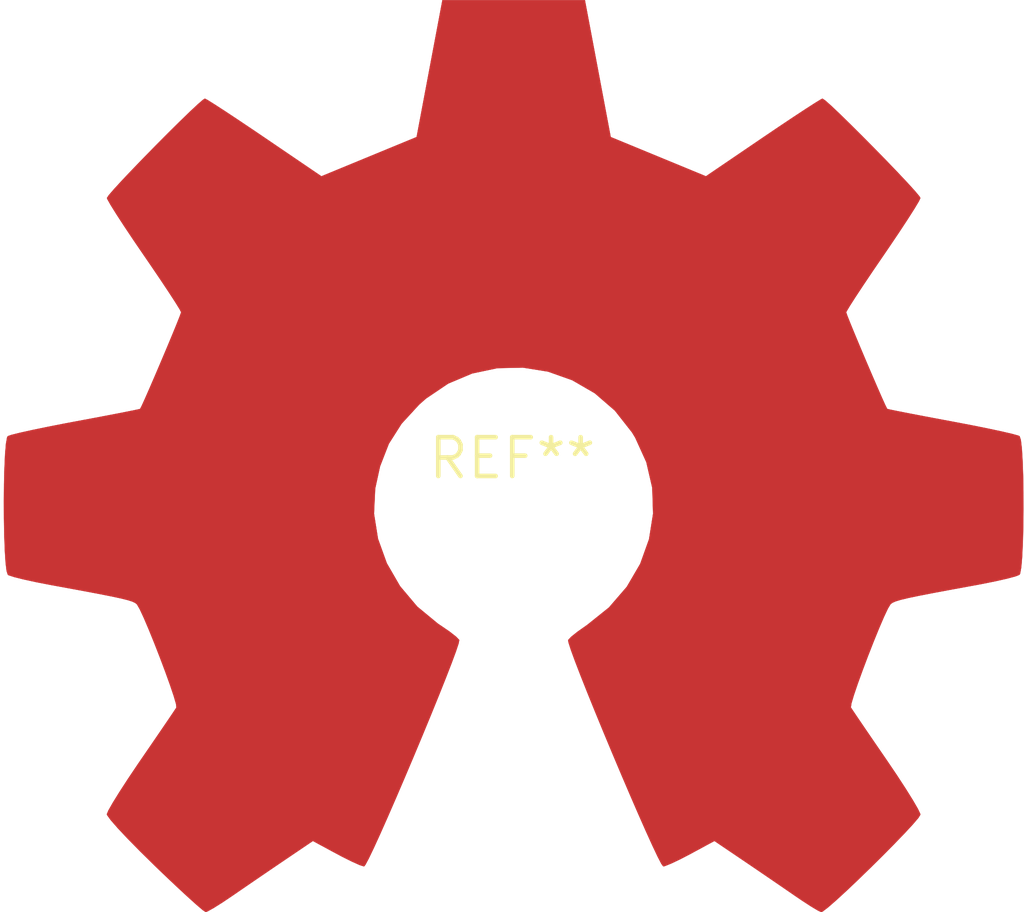
<source format=kicad_pcb>
(kicad_pcb (version 20240108) (generator pcbnew)
  (layers (0 "F.Cu" signal) (31 "B.Cu" signal) (34 "B.Paste" user) (35 "F.Paste" user) (36 "B.SilkS" user "B.Silkscreen") (37 "F.SilkS" user "F.Silkscreen") (38 "B.Mask" user) (39 "F.Mask" user) (44 "Edge.Cuts" user))
  (net 0 "")
  (footprint "OSHW-Symbol_33.5x30mm_Copper" (layer "F.Cu") (at 0 0)
    (property "Reference" "REF**")
    (property "Value" "OSHW-Symbol_33.5x30mm_Copper")
    (fp_poly (pts (xy 2.799507 -12.7484) (xy 3.221691 -10.508932) (xy 4.779491 -9.866755) (xy 6.337291 -9.224579) (xy 8.206132 -10.495377) (xy 8.729505 -10.84921) (xy 9.202606 -11.165137) (xy 9.603358 -11.428732) (xy 9.909684 -11.625574) (xy 10.099506 -11.741237) (xy 10.151201 -11.766176) (xy 10.244328 -11.702035) (xy 10.443331 -11.524711) (xy 10.725902 -11.256857) (xy 11.069737 -10.921125) (xy 11.452529 -10.540166) (xy 11.851973 -10.136631) (xy 12.245763 -9.733174) (xy 12.611593 -9.352444) (xy 12.927158 -9.017095) (xy 13.170151 -8.749778) (xy 13.318267 -8.573144) (xy 13.353676 -8.514031) (xy 13.302717 -8.405051) (xy 13.159851 -8.166298) (xy 12.940102 -7.821125) (xy 12.658489 -7.392887) (xy 12.330033 -6.904936) (xy 12.139706 -6.626621) (xy 11.792794 -6.118418) (xy 11.484528 -5.659816) (xy 11.229863 -5.273644) (xy 11.043753 -4.982728) (xy 10.941152 -4.809896) (xy 10.925735 -4.773575) (xy 10.960686 -4.670349) (xy 11.055955 -4.429771) (xy 11.197168 -4.085664) (xy 11.369949 -3.671855) (xy 11.559925 -3.222169) (xy 11.752721 -2.770431) (xy 11.933962 -2.350466) (xy 12.089273 -1.9961) (xy 12.204279 -1.741157) (xy 12.264607 -1.619464) (xy 12.268168 -1.614674) (xy 12.362895 -1.591438) (xy 12.615172 -1.5396) (xy 12.99885 -1.464254) (xy 13.487779 -1.370498) (xy 14.055811 -1.263428) (xy 14.387227 -1.201684) (xy 14.994198 -1.086117) (xy 15.542435 -0.976149) (xy 16.004201 -0.877797) (xy 16.351761 -0.797077) (xy 16.557379 -0.740008) (xy 16.598713 -0.721901) (xy 16.639196 -0.599346) (xy 16.67186 -0.322558) (xy 16.696727 0.076096) (xy 16.713819 0.564249) (xy 16.723159 1.109536) (xy 16.724768 1.679588) (xy 16.718669 2.242038) (xy 16.704883 2.764522) (xy 16.683434 3.21467) (xy 16.654342 3.560117) (xy 16.617631 3.768495) (xy 16.595612 3.811875) (xy 16.463996 3.86387) (xy 16.185108 3.938205) (xy 15.795837 4.026148) (xy 15.333073 4.118965) (xy 15.171532 4.148992) (xy 14.392678 4.291654) (xy 13.77744 4.406546) (xy 13.305488 4.498233) (xy 12.956494 4.571282) (xy 12.710129 4.630259) (xy 12.546064 4.679731) (xy 12.443971 4.724265) (xy 12.383521 4.768426) (xy 12.375064 4.777154) (xy 12.290636 4.917749) (xy 12.161843 5.191367) (xy 12.001543 5.564501) (xy 11.822596 6.003649) (xy 11.637864 6.475304) (xy 11.460206 6.945962) (xy 11.302482 7.382119) (xy 11.177553 7.75027) (xy 11.098279 8.016909) (xy 11.077519 8.148533) (xy 11.07925 8.153144) (xy 11.149589 8.260729) (xy 11.309162 8.497444) (xy 11.541199 8.838649) (xy 11.828932 9.259706) (xy 12.155592 9.735976) (xy 12.248621 9.871322) (xy 12.580323 10.36201) (xy 12.872207 10.809716) (xy 13.108372 11.188731) (xy 13.272919 11.473345) (xy 13.349945 11.637852) (xy 13.353676 11.658062) (xy 13.288959 11.764289) (xy 13.110135 11.974728) (xy 12.84019 12.266762) (xy 12.502114 12.617776) (xy 12.118896 13.005152) (xy 11.713522 13.406273) (xy 11.308983 13.798522) (xy 10.928265 14.159284) (xy 10.594358 14.465941) (xy 10.33025 14.695876) (xy 10.158929 14.826472) (xy 10.111535 14.847794) (xy 10.001218 14.797573) (xy 9.775355 14.662122) (xy 9.470737 14.464259) (xy 9.236365 14.305002) (xy 8.811694 14.012776) (xy 8.30878 13.668691) (xy 7.804331 13.325157) (xy 7.533124 13.141298) (xy 6.615145 12.520388) (xy 5.844566 12.937032) (xy 5.49351 13.119556) (xy 5.194989 13.261427) (xy 4.993004 13.342344) (xy 4.941589 13.353603) (xy 4.879764 13.270473) (xy 4.757794 13.03556) (xy 4.584783 12.670532) (xy 4.369837 12.19706) (xy 4.122061 11.636811) (xy 3.850559 11.011453) (xy 3.564437 10.342657) (xy 3.2728 9.652089) (xy 2.984753 8.96142) (xy 2.7094 8.292318) (xy 2.455848 7.666451) (xy 2.2332 7.105488) (xy 2.050562 6.631099) (xy 1.91704 6.26495) (xy 1.841737 6.028712) (xy 1.829627 5.947578) (xy 1.925612 5.844089) (xy 2.135771 5.676095) (xy 2.416168 5.478501) (xy 2.439702 5.462868) (xy 3.164419 4.882757) (xy 3.748779 4.205965) (xy 4.187718 3.454133) (xy 4.476171 2.648902) (xy 4.609076 1.811912) (xy 4.581366 0.964804) (xy 4.387979 0.129219) (xy 4.023849 -0.673202) (xy 3.916719 -0.848762) (xy 3.359506 -1.557682) (xy 2.701226 -2.126956) (xy 1.964663 -2.553622) (xy 1.172601 -2.834721) (xy 0.347824 -2.967291) (xy -0.486886 -2.948373) (xy -1.308744 -2.775005) (xy -2.094966 -2.444228) (xy -2.822769 -1.953081) (xy -3.0479 -1.753735) (xy -3.620868 -1.129729) (xy -4.038385 -0.472829) (xy -4.324787 0.263497) (xy -4.484298 0.992689) (xy -4.523675 1.812531) (xy -4.392372 2.636443) (xy -4.103725 3.436576) (xy -3.671073 4.18508) (xy -3.107753 4.854109) (xy -2.427101 5.415812) (xy -2.337646 5.475021) (xy -2.054244 5.66892) (xy -1.838806 5.836921) (xy -1.735809 5.944187) (xy -1.734311 5.947578) (xy -1.756423 6.063615) (xy -1.844079 6.326966) (xy -1.988169 6.71597) (xy -2.179584 7.208961) (xy -2.409216 7.784276) (xy -2.667957 8.420252) (xy -2.946698 9.095225) (xy -3.236329 9.78753) (xy -3.527744 10.475504) (xy -3.811832 11.137483) (xy -4.079485 11.751804) (xy -4.321594 12.296802) (xy -4.529052 12.750815) (xy -4.692749 13.092177) (xy -4.803577 13.299225) (xy -4.848207 13.353603) (xy -4.984585 13.311259) (xy -5.239762 13.197692) (xy -5.569737 13.0332) (xy -5.751184 12.937032) (xy -6.521763 12.520388) (xy -7.439742 13.141298) (xy -7.90835 13.459386) (xy -8.421394 13.809433) (xy -8.902167 14.139031) (xy -9.142983 14.305002) (xy -9.481682 14.532441) (xy -9.768482 14.712677) (xy -9.965971 14.822885) (xy -10.030116 14.846183) (xy -10.123479 14.783335) (xy -10.330106 14.607885) (xy -10.629964 14.33805) (xy -11.003022 13.992045) (xy -11.429247 13.588088) (xy -11.698816 13.32872) (xy -12.170431 12.865338) (xy -12.578012 12.450877) (xy -12.905081 12.103068) (xy -13.135163 11.83964) (xy -13.251782 11.678323) (xy -13.26297 11.645586) (xy -13.211051 11.521063) (xy -13.067578 11.269283) (xy -12.848468 10.915738) (xy -12.569634 10.485917) (xy -12.246992 10.005311) (xy -12.155239 9.871322) (xy -11.820919 9.384334) (xy -11.520982 8.945883) (xy -11.272197 8.580607) (xy -11.091333 8.313146) (xy -10.995159 8.168138) (xy -10.985868 8.153144) (xy -10.999763 8.03758) (xy -11.073518 7.783496) (xy -11.194273 7.424396) (xy -11.349169 6.993784) (xy -11.525344 6.525166) (xy -11.709938 6.052046) (xy -11.890092 5.607929) (xy -12.052945 5.226319) (xy -12.185637 4.940721) (xy -12.275308 4.784641) (xy -12.281682 4.777154) (xy -12.336516 4.732547) (xy -12.42913 4.688436) (xy -12.579852 4.640254) (xy -12.809011 4.583434) (xy -13.136936 4.513411) (xy -13.583954 4.425618) (xy -14.170396 4.315488) (xy -14.916589 4.178455) (xy -15.07815 4.148992) (xy -15.556984 4.056477) (xy -15.974424 3.965974) (xy -16.293579 3.886213) (xy -16.477561 3.825929) (xy -16.502231 3.811875) (xy -16.542883 3.687275) (xy -16.575926 3.40883) (xy -16.601339 3.008908) (xy -16.6191 2.519876) (xy -16.629186 1.9741) (xy -16.631575 1.403947) (xy -16.626244 0.841784) (xy -16.613173 0.319978) (xy -16.592339 -0.129104) (xy -16.563719 -0.473095) (xy -16.527291 -0.679629) (xy -16.505331 -0.721901) (xy -16.383074 -0.764541) (xy -16.104682 -0.833911) (xy -15.69789 -0.923992) (xy -15.190435 -1.028768) (xy -14.610054 -1.142221) (xy -14.293845 -1.201684) (xy -13.693888 -1.313837) (xy -13.158872 -1.415437) (xy -12.714944 -1.501386) (xy -12.388255 -1.566588) (xy -12.204955 -1.605948) (xy -12.174787 -1.614674) (xy -12.123798 -1.713053) (xy -12.016015 -1.950017) (xy -11.865804 -2.291713) (xy -11.687532 -2.704286) (xy -11.495567 -3.153882) (xy -11.304276 -3.606649) (xy -11.128026 -4.028733) (xy -10.981183 -4.38628) (xy -10.878115 -4.645436) (xy -10.833189 -4.772348) (xy -10.832353 -4.777895) (xy -10.883283 -4.878011) (xy -11.026067 -5.108401) (xy -11.245698 -5.446168) (xy -11.527169 -5.868413) (xy -11.855472 -6.352238) (xy -12.046324 -6.630147) (xy -12.39409 -7.139711) (xy -12.702971 -7.602341) (xy -12.957896 -7.994635) (xy -13.143793 -8.29319) (xy -13.245592 -8.474601) (xy -13.260294 -8.515268) (xy -13.197093 -8.609926) (xy -13.022369 -8.812035) (xy -12.758442 -9.098953) (xy -12.42763 -9.448037) (xy -12.052253 -9.836646) (xy -11.654631 -10.242135) (xy -11.257083 -10.641864) (xy -10.881928 -11.013189) (xy -10.551486 -11.333468) (xy -10.288076 -11.580058) (xy -10.114017 -11.730316) (xy -10.055788 -11.766176) (xy -9.960976 -11.715752) (xy -9.734207 -11.574092) (xy -9.397528 -11.355618) (xy -8.972988 -11.074749) (xy -8.482635 -10.745905) (xy -8.11275 -10.495377) (xy -6.243909 -9.224579) (xy -4.686109 -9.866755) (xy -3.128309 -10.508932) (xy -2.706125 -12.7484) (xy -2.283941 -14.987867) (xy 2.377323 -14.987867) (xy 2.799507 -12.7484)) (layer "F.Cu") (stroke (width 0.01)) (fill solid))
  )
)
</source>
